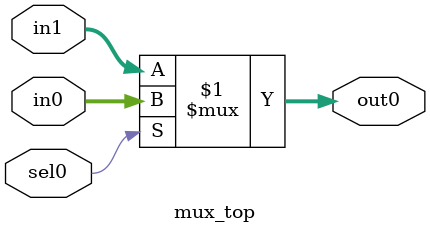
<source format=v>
module mux_top
#(
	parameter width = 24
)
(
	input				sel0,
	input	[width-1:0]	in0,
	input	[width-1:0]	in1,
	output	[width-1:0]	out0
);

	assign out0 =  (sel0) ? in0 : in1;
	
endmodule


</source>
